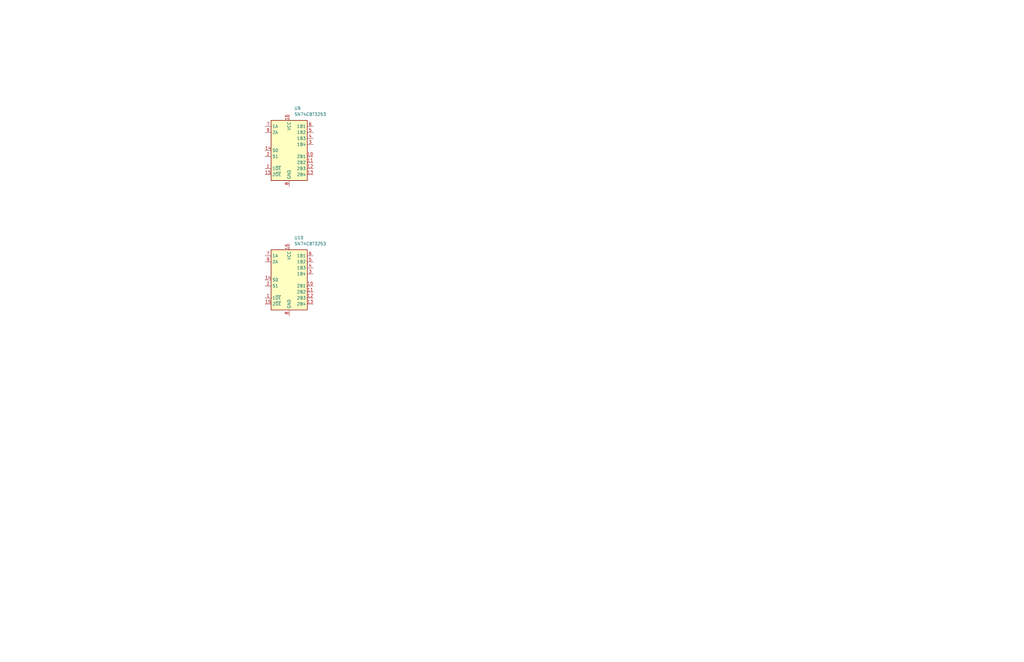
<source format=kicad_sch>
(kicad_sch (version 20250114) (generator "eeschema") (generator_version "9.0")
  (paper "B")
  (title_block (title "Tx Mixers") (date "2025-12-31") (rev "0.0") (company "Andy McCann KA3KAF and Doug McCann KA3KAG"))
  (lib_symbols
    (symbol "Analog_Switch:SN74CBT3253"
      (property "Reference" "U" (at -7.62 13.97 0))
      (property "Value" "SN74CBT3253" (at -11.43 -13.97 0))
      (symbol "SN74CBT3253_0_1"
        (rectangle (start -7.62 12.7) (end 7.62 -12.7) (stroke (width 0.254)) (fill (type background)))
        (rectangle (start 7.62 -12.7) (end 7.62 -12.7))
      )
      (symbol "SN74CBT3253_1_1"
        (pin bidirectional line (at -10.16 10.16 0) (length 2.54) (name "1A") (number "7"))
        (pin bidirectional line (at -10.16 7.62 0) (length 2.54) (name "2A") (number "9"))
        (pin input line (at -10.16 0 0) (length 2.54) (name "S0") (number "14"))
        (pin input line (at -10.16 -2.54 0) (length 2.54) (name "S1") (number "2"))
        (pin input line (at -10.16 -7.62 0) (length 2.54) (name "1~{OE}") (number "1"))
        (pin input line (at -10.16 -10.16 0) (length 2.54) (name "2~{OE}") (number "15"))
        (pin power_in line (at 0 15.24 270) (length 2.54) (name "VCC") (number "16"))
        (pin power_in line (at 0 -15.24 90) (length 2.54) (name "GND") (number "8"))
        (pin bidirectional line (at 10.16 10.16 180) (length 2.54) (name "1B1") (number "6"))
        (pin bidirectional line (at 10.16 7.62 180) (length 2.54) (name "1B2") (number "5"))
        (pin bidirectional line (at 10.16 5.08 180) (length 2.54) (name "1B3") (number "4"))
        (pin bidirectional line (at 10.16 2.54 180) (length 2.54) (name "1B4") (number "3"))
        (pin bidirectional line (at 10.16 -2.54 180) (length 2.54) (name "2B1") (number "10"))
        (pin bidirectional line (at 10.16 -5.08 180) (length 2.54) (name "2B2") (number "11"))
        (pin bidirectional line (at 10.16 -7.62 180) (length 2.54) (name "2B3") (number "12"))
        (pin bidirectional line (at 10.16 -10.16 180) (length 2.54) (name "2B4") (number "13"))
      )
    )
  )
  (symbol (lib_id "Analog_Switch:SN74CBT3253") (at 121.92 63.5 0) (unit 1)
    (property "Reference" "U9" (at 124.0633 45.72 0) (effects (justify left)))
    (property "Value" "SN74CBT3253" (at 124.0633 48.26 0) (effects (justify left)))
    (property "Datasheet" "http://www.ti.com/lit/gpn/sn74cbt3253" (effects (hide yes)))
    (property "Description" "Dual 1 to 4 Analog Multiplexer" (effects (hide yes)))
  )
  (symbol (lib_id "Analog_Switch:SN74CBT3253") (at 121.92 118.11 0) (unit 1)
    (property "Reference" "U10" (at 124.0633 100.33 0) (effects (justify left)))
    (property "Value" "SN74CBT3253" (at 124.0633 102.87 0) (effects (justify left)))
    (property "Datasheet" "http://www.ti.com/lit/gpn/sn74cbt3253" (effects (hide yes)))
    (property "Description" "Dual 1 to 4 Analog Multiplexer" (effects (hide yes)))
  )
)
</source>
